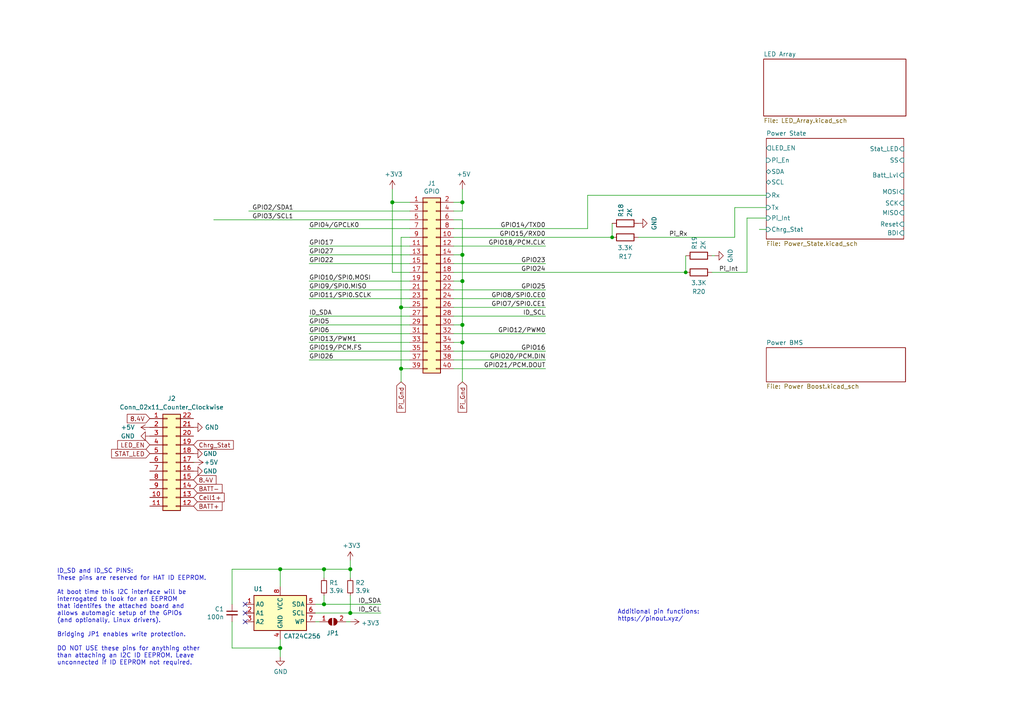
<source format=kicad_sch>
(kicad_sch (version 20230121) (generator eeschema)
  (paper "A4")
  (title_block (date "15 nov 2012"))
  (lib_symbols
    (symbol "+5V_1" (power) (pin_names (offset 0))
      (property "Value" "+5V_1" (at 0 3.556 0))
      (symbol "+5V_1_0_1"
        (polyline (pts (xy -0.762 1.27) (xy 0 2.54)))
        (polyline (pts (xy 0 0) (xy 0 2.54)))
        (polyline (pts (xy 0 2.54) (xy 0.762 1.27)))
      )
      (symbol "+5V_1_1_1"
        (pin power_in line (at 0 0 90) (length 0) hide (name "+5V") (number "1"))
      )
    )
    (symbol "Connector_Generic:Conn_02x11_Counter_Clockwise" (pin_names (offset 1.016) hide)
      (property "Reference" "J" (at 1.27 15.24 0))
      (property "Value" "Conn_02x11_Counter_Clockwise" (at 1.27 -15.24 0))
      (symbol "Conn_02x11_Counter_Clockwise_1_1"
        (rectangle (start -1.27 -12.573) (end 0 -12.827) (stroke (width 0.1524)))
        (rectangle (start -1.27 -10.033) (end 0 -10.287) (stroke (width 0.1524)))
        (rectangle (start -1.27 -7.493) (end 0 -7.747) (stroke (width 0.1524)))
        (rectangle (start -1.27 -4.953) (end 0 -5.207) (stroke (width 0.1524)))
        (rectangle (start -1.27 -2.413) (end 0 -2.667) (stroke (width 0.1524)))
        (rectangle (start -1.27 0.127) (end 0 -0.127) (stroke (width 0.1524)))
        (rectangle (start -1.27 2.667) (end 0 2.413) (stroke (width 0.1524)))
        (rectangle (start -1.27 5.207) (end 0 4.953) (stroke (width 0.1524)))
        (rectangle (start -1.27 7.747) (end 0 7.493) (stroke (width 0.1524)))
        (rectangle (start -1.27 10.287) (end 0 10.033) (stroke (width 0.1524)))
        (rectangle (start -1.27 12.827) (end 0 12.573) (stroke (width 0.1524)))
        (rectangle (start -1.27 13.97) (end 3.81 -13.97) (stroke (width 0.254)) (fill (type background)))
        (rectangle (start 3.81 -12.573) (end 2.54 -12.827) (stroke (width 0.1524)))
        (rectangle (start 3.81 -10.033) (end 2.54 -10.287) (stroke (width 0.1524)))
        (rectangle (start 3.81 -7.493) (end 2.54 -7.747) (stroke (width 0.1524)))
        (rectangle (start 3.81 -4.953) (end 2.54 -5.207) (stroke (width 0.1524)))
        (rectangle (start 3.81 -2.413) (end 2.54 -2.667) (stroke (width 0.1524)))
        (rectangle (start 3.81 0.127) (end 2.54 -0.127) (stroke (width 0.1524)))
        (rectangle (start 3.81 2.667) (end 2.54 2.413) (stroke (width 0.1524)))
        (rectangle (start 3.81 5.207) (end 2.54 4.953) (stroke (width 0.1524)))
        (rectangle (start 3.81 7.747) (end 2.54 7.493) (stroke (width 0.1524)))
        (rectangle (start 3.81 10.287) (end 2.54 10.033) (stroke (width 0.1524)))
        (rectangle (start 3.81 12.827) (end 2.54 12.573) (stroke (width 0.1524)))
        (pin passive line (at -5.08 12.7 0) (length 3.81) (name "Pin_1") (number "1"))
        (pin passive line (at -5.08 -10.16 0) (length 3.81) (name "Pin_10") (number "10"))
        (pin passive line (at -5.08 -12.7 0) (length 3.81) (name "Pin_11") (number "11"))
        (pin passive line (at 7.62 -12.7 180) (length 3.81) (name "Pin_12") (number "12"))
        (pin passive line (at 7.62 -10.16 180) (length 3.81) (name "Pin_13") (number "13"))
        (pin passive line (at 7.62 -7.62 180) (length 3.81) (name "Pin_14") (number "14"))
        (pin passive line (at 7.62 -5.08 180) (length 3.81) (name "Pin_15") (number "15"))
        (pin passive line (at 7.62 -2.54 180) (length 3.81) (name "Pin_16") (number "16"))
        (pin passive line (at 7.62 0 180) (length 3.81) (name "Pin_17") (number "17"))
        (pin passive line (at 7.62 2.54 180) (length 3.81) (name "Pin_18") (number "18"))
        (pin passive line (at 7.62 5.08 180) (length 3.81) (name "Pin_19") (number "19"))
        (pin passive line (at -5.08 10.16 0) (length 3.81) (name "Pin_2") (number "2"))
        (pin passive line (at 7.62 7.62 180) (length 3.81) (name "Pin_20") (number "20"))
        (pin passive line (at 7.62 10.16 180) (length 3.81) (name "Pin_21") (number "21"))
        (pin passive line (at 7.62 12.7 180) (length 3.81) (name "Pin_22") (number "22"))
        (pin passive line (at -5.08 7.62 0) (length 3.81) (name "Pin_3") (number "3"))
        (pin passive line (at -5.08 5.08 0) (length 3.81) (name "Pin_4") (number "4"))
        (pin passive line (at -5.08 2.54 0) (length 3.81) (name "Pin_5") (number "5"))
        (pin passive line (at -5.08 0 0) (length 3.81) (name "Pin_6") (number "6"))
        (pin passive line (at -5.08 -2.54 0) (length 3.81) (name "Pin_7") (number "7"))
        (pin passive line (at -5.08 -5.08 0) (length 3.81) (name "Pin_8") (number "8"))
        (pin passive line (at -5.08 -7.62 0) (length 3.81) (name "Pin_9") (number "9"))
      )
    )
    (symbol "Connector_Generic:Conn_02x20_Odd_Even" (pin_names (offset 1.016) hide)
      (property "Reference" "J" (at 1.27 25.4 0))
      (property "Value" "Conn_02x20_Odd_Even" (at 1.27 -27.94 0))
      (symbol "Conn_02x20_Odd_Even_1_1"
        (rectangle (start -1.27 -25.273) (end 0 -25.527) (stroke (width 0.1524)))
        (rectangle (start -1.27 -22.733) (end 0 -22.987) (stroke (width 0.1524)))
        (rectangle (start -1.27 -20.193) (end 0 -20.447) (stroke (width 0.1524)))
        (rectangle (start -1.27 -17.653) (end 0 -17.907) (stroke (width 0.1524)))
        (rectangle (start -1.27 -15.113) (end 0 -15.367) (stroke (width 0.1524)))
        (rectangle (start -1.27 -12.573) (end 0 -12.827) (stroke (width 0.1524)))
        (rectangle (start -1.27 -10.033) (end 0 -10.287) (stroke (width 0.1524)))
        (rectangle (start -1.27 -7.493) (end 0 -7.747) (stroke (width 0.1524)))
        (rectangle (start -1.27 -4.953) (end 0 -5.207) (stroke (width 0.1524)))
        (rectangle (start -1.27 -2.413) (end 0 -2.667) (stroke (width 0.1524)))
        (rectangle (start -1.27 0.127) (end 0 -0.127) (stroke (width 0.1524)))
        (rectangle (start -1.27 2.667) (end 0 2.413) (stroke (width 0.1524)))
        (rectangle (start -1.27 5.207) (end 0 4.953) (stroke (width 0.1524)))
        (rectangle (start -1.27 7.747) (end 0 7.493) (stroke (width 0.1524)))
        (rectangle (start -1.27 10.287) (end 0 10.033) (stroke (width 0.1524)))
        (rectangle (start -1.27 12.827) (end 0 12.573) (stroke (width 0.1524)))
        (rectangle (start -1.27 15.367) (end 0 15.113) (stroke (width 0.1524)))
        (rectangle (start -1.27 17.907) (end 0 17.653) (stroke (width 0.1524)))
        (rectangle (start -1.27 20.447) (end 0 20.193) (stroke (width 0.1524)))
        (rectangle (start -1.27 22.987) (end 0 22.733) (stroke (width 0.1524)))
        (rectangle (start -1.27 24.13) (end 3.81 -26.67) (stroke (width 0.254)) (fill (type background)))
        (rectangle (start 3.81 -25.273) (end 2.54 -25.527) (stroke (width 0.1524)))
        (rectangle (start 3.81 -22.733) (end 2.54 -22.987) (stroke (width 0.1524)))
        (rectangle (start 3.81 -20.193) (end 2.54 -20.447) (stroke (width 0.1524)))
        (rectangle (start 3.81 -17.653) (end 2.54 -17.907) (stroke (width 0.1524)))
        (rectangle (start 3.81 -15.113) (end 2.54 -15.367) (stroke (width 0.1524)))
        (rectangle (start 3.81 -12.573) (end 2.54 -12.827) (stroke (width 0.1524)))
        (rectangle (start 3.81 -10.033) (end 2.54 -10.287) (stroke (width 0.1524)))
        (rectangle (start 3.81 -7.493) (end 2.54 -7.747) (stroke (width 0.1524)))
        (rectangle (start 3.81 -4.953) (end 2.54 -5.207) (stroke (width 0.1524)))
        (rectangle (start 3.81 -2.413) (end 2.54 -2.667) (stroke (width 0.1524)))
        (rectangle (start 3.81 0.127) (end 2.54 -0.127) (stroke (width 0.1524)))
        (rectangle (start 3.81 2.667) (end 2.54 2.413) (stroke (width 0.1524)))
        (rectangle (start 3.81 5.207) (end 2.54 4.953) (stroke (width 0.1524)))
        (rectangle (start 3.81 7.747) (end 2.54 7.493) (stroke (width 0.1524)))
        (rectangle (start 3.81 10.287) (end 2.54 10.033) (stroke (width 0.1524)))
        (rectangle (start 3.81 12.827) (end 2.54 12.573) (stroke (width 0.1524)))
        (rectangle (start 3.81 15.367) (end 2.54 15.113) (stroke (width 0.1524)))
        (rectangle (start 3.81 17.907) (end 2.54 17.653) (stroke (width 0.1524)))
        (rectangle (start 3.81 20.447) (end 2.54 20.193) (stroke (width 0.1524)))
        (rectangle (start 3.81 22.987) (end 2.54 22.733) (stroke (width 0.1524)))
        (pin passive line (at -5.08 22.86 0) (length 3.81) (name "Pin_1") (number "1"))
        (pin passive line (at 7.62 12.7 180) (length 3.81) (name "Pin_10") (number "10"))
        (pin passive line (at -5.08 10.16 0) (length 3.81) (name "Pin_11") (number "11"))
        (pin passive line (at 7.62 10.16 180) (length 3.81) (name "Pin_12") (number "12"))
        (pin passive line (at -5.08 7.62 0) (length 3.81) (name "Pin_13") (number "13"))
        (pin passive line (at 7.62 7.62 180) (length 3.81) (name "Pin_14") (number "14"))
        (pin passive line (at -5.08 5.08 0) (length 3.81) (name "Pin_15") (number "15"))
        (pin passive line (at 7.62 5.08 180) (length 3.81) (name "Pin_16") (number "16"))
        (pin passive line (at -5.08 2.54 0) (length 3.81) (name "Pin_17") (number "17"))
        (pin passive line (at 7.62 2.54 180) (length 3.81) (name "Pin_18") (number "18"))
        (pin passive line (at -5.08 0 0) (length 3.81) (name "Pin_19") (number "19"))
        (pin passive line (at 7.62 22.86 180) (length 3.81) (name "Pin_2") (number "2"))
        (pin passive line (at 7.62 0 180) (length 3.81) (name "Pin_20") (number "20"))
        (pin passive line (at -5.08 -2.54 0) (length 3.81) (name "Pin_21") (number "21"))
        (pin passive line (at 7.62 -2.54 180) (length 3.81) (name "Pin_22") (number "22"))
        (pin passive line (at -5.08 -5.08 0) (length 3.81) (name "Pin_23") (number "23"))
        (pin passive line (at 7.62 -5.08 180) (length 3.81) (name "Pin_24") (number "24"))
        (pin passive line (at -5.08 -7.62 0) (length 3.81) (name "Pin_25") (number "25"))
        (pin passive line (at 7.62 -7.62 180) (length 3.81) (name "Pin_26") (number "26"))
        (pin passive line (at -5.08 -10.16 0) (length 3.81) (name "Pin_27") (number "27"))
        (pin passive line (at 7.62 -10.16 180) (length 3.81) (name "Pin_28") (number "28"))
        (pin passive line (at -5.08 -12.7 0) (length 3.81) (name "Pin_29") (number "29"))
        (pin passive line (at -5.08 20.32 0) (length 3.81) (name "Pin_3") (number "3"))
        (pin passive line (at 7.62 -12.7 180) (length 3.81) (name "Pin_30") (number "30"))
        (pin passive line (at -5.08 -15.24 0) (length 3.81) (name "Pin_31") (number "31"))
        (pin passive line (at 7.62 -15.24 180) (length 3.81) (name "Pin_32") (number "32"))
        (pin passive line (at -5.08 -17.78 0) (length 3.81) (name "Pin_33") (number "33"))
        (pin passive line (at 7.62 -17.78 180) (length 3.81) (name "Pin_34") (number "34"))
        (pin passive line (at -5.08 -20.32 0) (length 3.81) (name "Pin_35") (number "35"))
        (pin passive line (at 7.62 -20.32 180) (length 3.81) (name "Pin_36") (number "36"))
        (pin passive line (at -5.08 -22.86 0) (length 3.81) (name "Pin_37") (number "37"))
        (pin passive line (at 7.62 -22.86 180) (length 3.81) (name "Pin_38") (number "38"))
        (pin passive line (at -5.08 -25.4 0) (length 3.81) (name "Pin_39") (number "39"))
        (pin passive line (at 7.62 20.32 180) (length 3.81) (name "Pin_4") (number "4"))
        (pin passive line (at 7.62 -25.4 180) (length 3.81) (name "Pin_40") (number "40"))
        (pin passive line (at -5.08 17.78 0) (length 3.81) (name "Pin_5") (number "5"))
        (pin passive line (at 7.62 17.78 180) (length 3.81) (name "Pin_6") (number "6"))
        (pin passive line (at -5.08 15.24 0) (length 3.81) (name "Pin_7") (number "7"))
        (pin passive line (at 7.62 15.24 180) (length 3.81) (name "Pin_8") (number "8"))
        (pin passive line (at -5.08 12.7 0) (length 3.81) (name "Pin_9") (number "9"))
      )
    )
    (symbol "Device:C_Small" (pin_numbers hide) (pin_names (offset 0.254) hide)
      (property "Reference" "C" (at 0.254 1.778 0))
      (property "Value" "C_Small" (at 0.254 -2.032 0))
      (symbol "C_Small_0_1"
        (polyline (pts (xy -1.524 -0.508) (xy 1.524 -0.508)) (stroke (width 0.3302)))
        (polyline (pts (xy -1.524 0.508) (xy 1.524 0.508)) (stroke (width 0.3048)))
      )
      (symbol "C_Small_1_1"
        (pin passive line (at 0 2.54 270) (length 2.032) (name "~") (number "1"))
        (pin passive line (at 0 -2.54 90) (length 2.032) (name "~") (number "2"))
      )
    )
    (symbol "Device:R" (pin_numbers hide) (pin_names (offset 0))
      (property "Reference" "R" (at 2.032 0 90))
      (property "Value" "R" (at 0 0 90))
      (symbol "R_0_1"
        (rectangle (start -1.016 -2.54) (end 1.016 2.54) (stroke (width 0.254)))
      )
      (symbol "R_1_1"
        (pin passive line (at 0 3.81 270) (length 1.27) (name "~") (number "1"))
        (pin passive line (at 0 -3.81 90) (length 1.27) (name "~") (number "2"))
      )
    )
    (symbol "Device:R_Small" (pin_numbers hide) (pin_names (offset 0.254) hide)
      (property "Reference" "R" (at 0.762 0.508 0))
      (property "Value" "R_Small" (at 0.762 -1.016 0))
      (symbol "R_Small_0_1"
        (rectangle (start -0.762 1.778) (end 0.762 -1.778) (stroke (width 0.2032)))
      )
      (symbol "R_Small_1_1"
        (pin passive line (at 0 2.54 270) (length 0.762) (name "~") (number "1"))
        (pin passive line (at 0 -2.54 90) (length 0.762) (name "~") (number "2"))
      )
    )
    (symbol "GND_1" (power) (pin_names (offset 0))
      (property "Value" "GND_1" (at 0 -3.81 0))
      (symbol "GND_1_0_1"
        (polyline (pts (xy 0 0) (xy 0 -1.27) (xy 1.27 -1.27) (xy 0 -2.54) (xy -1.27 -1.27) (xy 0 -1.27)))
      )
      (symbol "GND_1_1_1"
        (pin power_in line (at 0 0 270) (length 0) hide (name "GND") (number "1"))
      )
    )
    (symbol "Jumper:SolderJumper_2_Open" (pin_names (offset 0) hide)
      (property "Reference" "JP" (at 0 2.032 0))
      (property "Value" "SolderJumper_2_Open" (at 0 -2.54 0))
      (symbol "SolderJumper_2_Open_0_1"
        (arc (start -0.254 1.016) (mid -1.2656 0) (end -0.254 -1.016))
        (arc (start -0.254 1.016) (mid -1.2656 0) (end -0.254 -1.016) (fill (type outline)))
        (polyline (pts (xy -0.254 1.016) (xy -0.254 -1.016)))
        (polyline (pts (xy 0.254 1.016) (xy 0.254 -1.016)))
        (arc (start 0.254 -1.016) (mid 1.2656 0) (end 0.254 1.016))
        (arc (start 0.254 -1.016) (mid 1.2656 0) (end 0.254 1.016) (fill (type outline)))
      )
      (symbol "SolderJumper_2_Open_1_1"
        (pin passive line (at -3.81 0 0) (length 2.54) (name "A") (number "1"))
        (pin passive line (at 3.81 0 180) (length 2.54) (name "B") (number "2"))
      )
    )
    (symbol "Memory_EEPROM:CAT24C256"
      (property "Reference" "U" (at -6.35 6.35 0))
      (property "Value" "CAT24C256" (at 1.27 6.35 0))
      (symbol "CAT24C256_1_1"
        (rectangle (start -7.62 5.08) (end 7.62 -5.08) (stroke (width 0.254)) (fill (type background)))
        (pin input line (at -10.16 2.54 0) (length 2.54) (name "A0") (number "1"))
        (pin input line (at -10.16 0 0) (length 2.54) (name "A1") (number "2"))
        (pin input line (at -10.16 -2.54 0) (length 2.54) (name "A2") (number "3"))
        (pin power_in line (at 0 -7.62 90) (length 2.54) (name "GND") (number "4"))
        (pin bidirectional line (at 10.16 2.54 180) (length 2.54) (name "SDA") (number "5"))
        (pin input line (at 10.16 0 180) (length 2.54) (name "SCL") (number "6"))
        (pin input line (at 10.16 -2.54 180) (length 2.54) (name "WP") (number "7"))
        (pin power_in line (at 0 7.62 270) (length 2.54) (name "VCC") (number "8"))
      )
    )
    (symbol "power:+3.3V" (power) (pin_names (offset 0))
      (property "Value" "+3.3V" (at 0 3.556 0))
      (symbol "+3.3V_0_1"
        (polyline (pts (xy -0.762 1.27) (xy 0 2.54)))
        (polyline (pts (xy 0 0) (xy 0 2.54)))
        (polyline (pts (xy 0 2.54) (xy 0.762 1.27)))
      )
      (symbol "+3.3V_1_1"
        (pin power_in line (at 0 0 90) (length 0) hide (name "+3V3") (number "1"))
      )
    )
    (symbol "power:+5V" (power) (pin_names (offset 0))
      (property "Value" "+5V" (at 0 3.556 0))
      (symbol "+5V_0_1"
        (polyline (pts (xy -0.762 1.27) (xy 0 2.54)))
        (polyline (pts (xy 0 0) (xy 0 2.54)))
        (polyline (pts (xy 0 2.54) (xy 0.762 1.27)))
      )
      (symbol "+5V_1_1"
        (pin power_in line (at 0 0 90) (length 0) hide (name "+5V") (number "1"))
      )
    )
    (symbol "power:GND" (power) (pin_names (offset 0))
      (property "Value" "GND" (at 0 -3.81 0))
      (symbol "GND_0_1"
        (polyline (pts (xy 0 0) (xy 0 -1.27) (xy 1.27 -1.27) (xy 0 -2.54) (xy -1.27 -1.27) (xy 0 -1.27)))
      )
      (symbol "GND_1_1"
        (pin power_in line (at 0 0 270) (length 0) hide (name "GND") (number "1"))
      )
    )
  )
  (junction (at 134.112 94.234) (diameter 1.016))
  (junction (at 101.6 165.1) (diameter 1.016))
  (junction (at 113.792 58.674) (diameter 1.016))
  (junction (at 134.112 99.314) (diameter 1.016))
  (junction (at 93.98 175.26) (diameter 1.016))
  (junction (at 198.882 78.994))
  (junction (at 116.332 89.154) (diameter 1.016))
  (junction (at 134.112 81.534) (diameter 1.016))
  (junction (at 134.112 73.914) (diameter 1.016))
  (junction (at 93.98 165.1) (diameter 1.016))
  (junction (at 81.28 187.96) (diameter 1.016))
  (junction (at 81.28 165.1) (diameter 1.016))
  (junction (at 177.546 68.834))
  (junction (at 116.332 106.934) (diameter 1.016))
  (junction (at 134.112 58.674) (diameter 1.016))
  (junction (at 101.6 177.8) (diameter 1.016))
  (no_connect (at 71.12 175.26))
  (no_connect (at 71.12 177.8))
  (no_connect (at 71.12 180.34))
  (wire (pts (xy 116.332 89.154) (xy 116.332 106.934)))
  (wire (pts (xy 131.572 89.154) (xy 158.242 89.154)))
  (wire (pts (xy 206.502 78.994) (xy 216.662 78.994)))
  (wire (pts (xy 118.872 71.374) (xy 89.662 71.374)))
  (wire (pts (xy 81.28 165.1) (xy 93.98 165.1)))
  (wire (pts (xy 101.6 165.1) (xy 93.98 165.1)))
  (wire (pts (xy 101.6 167.64) (xy 101.6 165.1)))
  (wire (pts (xy 213.106 68.834) (xy 213.106 60.198)))
  (wire (pts (xy 134.112 63.754) (xy 134.112 73.914)))
  (wire (pts (xy 134.112 81.534) (xy 131.572 81.534)))
  (wire (pts (xy 177.546 64.77) (xy 177.546 68.834)))
  (wire (pts (xy 134.112 94.234) (xy 134.112 99.314)))
  (wire (pts (xy 206.502 74.168) (xy 207.264 74.168)))
  (wire (pts (xy 134.112 81.534) (xy 134.112 94.234)))
  (wire (pts (xy 131.572 66.294) (xy 170.434 66.294)))
  (wire (pts (xy 116.332 68.834) (xy 116.332 89.154)))
  (wire (pts (xy 91.44 175.26) (xy 93.98 175.26)))
  (wire (pts (xy 93.98 175.26) (xy 110.49 175.26)))
  (wire (pts (xy 116.332 68.834) (xy 118.872 68.834)))
  (wire (pts (xy 91.44 180.34) (xy 92.71 180.34)))
  (wire (pts (xy 100.33 180.34) (xy 101.6 180.34)))
  (wire (pts (xy 131.572 86.614) (xy 158.242 86.614)))
  (wire (pts (xy 118.872 91.694) (xy 89.662 91.694)))
  (wire (pts (xy 89.662 94.234) (xy 118.872 94.234)))
  (wire (pts (xy 116.332 89.154) (xy 118.872 89.154)))
  (wire (pts (xy 101.6 162.56) (xy 101.6 165.1)))
  (wire (pts (xy 131.572 76.454) (xy 158.242 76.454)))
  (wire (pts (xy 81.28 165.1) (xy 81.28 170.18)))
  (wire (pts (xy 131.572 106.934) (xy 158.242 106.934)))
  (wire (pts (xy 116.332 106.934) (xy 116.332 110.744)))
  (wire (pts (xy 89.662 73.914) (xy 118.872 73.914)))
  (wire (pts (xy 101.6 172.72) (xy 101.6 177.8)))
  (wire (pts (xy 113.792 54.864) (xy 113.792 58.674)))
  (wire (pts (xy 216.662 63.246) (xy 222.25 63.246)))
  (wire (pts (xy 134.112 99.314) (xy 131.572 99.314)))
  (wire (pts (xy 89.662 86.614) (xy 118.872 86.614)))
  (wire (pts (xy 113.792 78.994) (xy 118.872 78.994)))
  (wire (pts (xy 134.112 58.674) (xy 134.112 61.214)))
  (wire (pts (xy 134.112 73.914) (xy 134.112 81.534)))
  (wire (pts (xy 131.572 71.374) (xy 158.242 71.374)))
  (wire (pts (xy 134.112 73.914) (xy 131.572 73.914)))
  (wire (pts (xy 134.112 54.864) (xy 134.112 58.674)))
  (wire (pts (xy 89.662 66.294) (xy 118.872 66.294)))
  (wire (pts (xy 93.98 165.1) (xy 93.98 167.64)))
  (wire (pts (xy 134.112 58.674) (xy 131.572 58.674)))
  (wire (pts (xy 113.792 58.674) (xy 113.792 78.994)))
  (wire (pts (xy 131.572 78.994) (xy 198.882 78.994)))
  (wire (pts (xy 93.98 172.72) (xy 93.98 175.26)))
  (wire (pts (xy 216.662 78.994) (xy 216.662 63.246)))
  (wire (pts (xy 91.44 177.8) (xy 101.6 177.8)))
  (wire (pts (xy 101.6 177.8) (xy 110.49 177.8)))
  (wire (pts (xy 89.662 76.454) (xy 118.872 76.454)))
  (wire (pts (xy 89.662 84.074) (xy 118.872 84.074)))
  (wire (pts (xy 89.662 96.774) (xy 118.872 96.774)))
  (wire (pts (xy 56.134 134.112) (xy 56.388 134.112)))
  (wire (pts (xy 134.112 61.214) (xy 131.572 61.214)))
  (wire (pts (xy 89.662 101.854) (xy 118.872 101.854)))
  (wire (pts (xy 131.572 101.854) (xy 158.242 101.854)))
  (wire (pts (xy 131.572 96.774) (xy 158.242 96.774)))
  (wire (pts (xy 116.332 106.934) (xy 118.872 106.934)))
  (wire (pts (xy 131.572 104.394) (xy 158.242 104.394)))
  (wire (pts (xy 220.218 66.548) (xy 222.25 66.548)))
  (wire (pts (xy 213.106 60.198) (xy 222.25 60.198)))
  (wire (pts (xy 134.112 63.754) (xy 131.572 63.754)))
  (wire (pts (xy 170.434 56.642) (xy 222.25 56.642)))
  (wire (pts (xy 89.662 104.394) (xy 118.872 104.394)))
  (wire (pts (xy 118.872 61.214) (xy 72.136 61.214)))
  (wire (pts (xy 67.31 165.1) (xy 67.31 175.26)))
  (wire (pts (xy 67.31 180.34) (xy 67.31 187.96)))
  (wire (pts (xy 67.31 187.96) (xy 81.28 187.96)))
  (wire (pts (xy 81.28 165.1) (xy 67.31 165.1)))
  (wire (pts (xy 61.976 63.754) (xy 118.872 63.754)))
  (wire (pts (xy 81.28 185.42) (xy 81.28 187.96)))
  (wire (pts (xy 81.28 187.96) (xy 81.28 190.5)))
  (wire (pts (xy 131.572 68.834) (xy 177.546 68.834)))
  (wire (pts (xy 134.112 99.314) (xy 134.112 110.744)))
  (wire (pts (xy 131.572 84.074) (xy 158.242 84.074)))
  (wire (pts (xy 118.872 99.314) (xy 89.662 99.314)))
  (wire (pts (xy 185.166 68.834) (xy 213.106 68.834)))
  (wire (pts (xy 170.434 66.294) (xy 170.434 56.642)))
  (wire (pts (xy 198.882 74.168) (xy 198.882 78.994)))
  (wire (pts (xy 134.112 94.234) (xy 131.572 94.234)))
  (wire (pts (xy 113.792 58.674) (xy 118.872 58.674)))
  (wire (pts (xy 118.872 81.534) (xy 89.662 81.534)))
  (wire (pts (xy 131.572 91.694) (xy 158.242 91.694)))
  (text "ID_SD and ID_SC PINS:\nThese pins are reserved for HAT ID EEPROM.\n\nAt boot time this I2C interface will be\ninterrogated to look for an EEPROM\nthat identifes the attached board and\nallows automagic setup of the GPIOs\n(and optionally, Linux drivers).\n\nBridging JP1 enables write protection.\n\nDO NOT USE these pins for anything other\nthan attaching an I2C ID EEPROM. Leave\nunconnected if ID EEPROM not required." (at 16.51 193.04 0) (effects (font (size 1.27 1.27)) (justify left bottom)))
  (text "Additional pin functions:\nhttps://pinout.xyz/" (at 179.07 180.34 0) (effects (font (size 1.27 1.27)) (justify left bottom)))
  (label "ID_SDA" (at 89.662 91.694 0))
  (label "GPIO6" (at 89.662 96.774 0))
  (label "ID_SDA" (at 110.49 175.26 180))
  (label "ID_SCL" (at 158.242 91.694 180))
  (label "GPIO5" (at 89.662 94.234 0))
  (label "GPIO21{slash}PCM.DOUT" (at 158.242 106.934 180))
  (label "GPIO19{slash}PCM.FS" (at 89.662 101.854 0))
  (label "GPIO10{slash}SPI0.MOSI" (at 89.662 81.534 0))
  (label "Pi_Rx" (at 194.056 68.834 0))
  (label "GPIO9{slash}SPI0.MISO" (at 89.662 84.074 0))
  (label "GPIO23" (at 158.242 76.454 180))
  (label "GPIO4{slash}GPCLK0" (at 89.662 66.294 0))
  (label "GPIO27" (at 89.662 73.914 0))
  (label "GPIO26" (at 89.662 104.394 0))
  (label "GPIO14{slash}TXD0" (at 158.242 66.294 180))
  (label "GPIO8{slash}SPI0.CE0" (at 158.242 86.614 180))
  (label "GPIO15{slash}RXD0" (at 158.242 68.834 180))
  (label "GPIO16" (at 158.242 101.854 180))
  (label "Pi_Int" (at 208.534 78.994 0))
  (label "GPIO22" (at 89.662 76.454 0))
  (label "GPIO2{slash}SDA1" (at 73.152 61.214 0))
  (label "GPIO17" (at 89.662 71.374 0))
  (label "GPIO25" (at 158.242 84.074 180))
  (label "GPIO3{slash}SCL1" (at 73.152 63.754 0))
  (label "GPIO18{slash}PCM.CLK" (at 158.242 71.374 180))
  (label "GPIO12{slash}PWM0" (at 158.242 96.774 180))
  (label "GPIO13{slash}PWM1" (at 89.662 99.314 0))
  (label "GPIO20{slash}PCM.DIN" (at 158.242 104.394 180))
  (label "GPIO24" (at 158.242 78.994 180))
  (label "GPIO7{slash}SPI0.CE1" (at 158.242 89.154 180))
  (label "ID_SCL" (at 110.49 177.8 180))
  (label "GPIO11{slash}SPI0.SCLK" (at 89.662 86.614 0))
  (global_label "Pi_Gnd" (shape input) (at 134.112 110.744 270) (property "Intersheetrefs" "${INTERSHEET_REFS}" (effects hide)))
  (global_label "BATT+" (shape input) (at 56.134 146.812 0) (property "Intersheetrefs" "${INTERSHEET_REFS}" (effects hide)))
  (global_label "8.4V" (shape input) (at 56.134 139.192 0) (property "Intersheetrefs" "${INTERSHEET_REFS}" (effects hide)))
  (global_label "Chrg_Stat" (shape input) (at 56.134 129.032 0) (property "Intersheetrefs" "${INTERSHEET_REFS}" (effects hide)))
  (global_label "BATT-" (shape input) (at 56.134 141.732 0) (property "Intersheetrefs" "${INTERSHEET_REFS}" (effects hide)))
  (global_label "LED_EN" (shape input) (at 43.434 129.032 180) (property "Intersheetrefs" "${INTERSHEET_REFS}" (effects hide)))
  (global_label "STAT_LED" (shape input) (at 43.434 131.572 180) (property "Intersheetrefs" "${INTERSHEET_REFS}" (effects hide)))
  (global_label "8.4V" (shape input) (at 43.434 121.412 180) (property "Intersheetrefs" "${INTERSHEET_REFS}" (effects hide)))
  (global_label "Cell1+" (shape input) (at 56.134 144.272 0) (property "Intersheetrefs" "${INTERSHEET_REFS}" (effects hide)))
  (global_label "Pi_Gnd" (shape input) (at 116.332 110.744 270) (property "Intersheetrefs" "${INTERSHEET_REFS}" (effects hide)))
  (symbol (lib_id "power:+5V") (at 134.112 54.864 0) (unit 1)
    (property "Reference" "#PWR01" (effects hide))
    (property "Value" "+5V" (at 134.4803 50.5396 0))
  )
  (symbol (lib_id "power:+3.3V") (at 113.792 54.864 0) (unit 1)
    (property "Reference" "#PWR04" (effects hide))
    (property "Value" "+3.3V" (at 114.1603 50.5396 0))
  )
  (symbol (lib_id "Connector_Generic:Conn_02x20_Odd_Even") (at 123.952 81.534 0) (unit 1)
    (property "Reference" "J1" (at 125.222 53.1938 0))
    (property "Value" "GPIO" (at 125.222 55.499 0))
    (property "Footprint" "Connector_PinSocket_2.54mm:PinSocket_2x20_P2.54mm_Vertical" (effects hide))
  )
  (symbol (lib_name "+5V_1") (lib_id "power:+5V") (at 43.434 123.952 90) (unit 1)
    (property "Reference" "#PWR07" (effects hide))
    (property "Value" "+5V" (at 39.116 123.952 90) (effects (justify left)))
  )
  (symbol (lib_id "power:GND") (at 43.434 126.492 270) (unit 1)
    (property "Reference" "#PWR05" (effects hide))
    (property "Value" "GND" (at 39.116 126.492 90) (effects (justify right)))
  )
  (symbol (lib_id "power:GND") (at 56.134 136.652 90) (unit 1)
    (property "Reference" "#PWR060" (effects hide))
    (property "Value" "GND" (at 60.96 136.652 90))
  )
  (symbol (lib_id "Device:R") (at 181.356 68.834 270) (unit 1)
    (property "Reference" "R17" (at 181.356 74.422 90))
    (property "Value" "3.3K" (at 181.356 71.882 90))
    (property "Footprint" "Resistor_SMD:R_0603_1608Metric_Pad0.98x0.95mm_HandSolder" (effects hide))
  )
  (symbol (lib_id "Device:C_Small") (at 67.31 177.8 0) (unit 1)
    (property "Reference" "C1" (at 64.9858 176.6506 0) (effects (justify right)))
    (property "Value" "100n" (at 64.9858 178.9493 0) (effects (justify right)))
    (property "Footprint" "Capacitor_SMD:C_0603_1608Metric_Pad1.08x0.95mm_HandSolder" (effects hide))
  )
  (symbol (lib_id "Device:R_Small") (at 93.98 170.18 0) (unit 1)
    (property "Reference" "R1" (at 95.4786 169.037 0) (effects (justify left)))
    (property "Value" "3.9k" (at 95.4787 171.3293 0) (effects (justify left)))
    (property "Footprint" "Resistor_SMD:R_0603_1608Metric_Pad0.98x0.95mm_HandSolder" (effects hide))
  )
  (symbol (lib_id "power:GND") (at 56.134 123.952 90) (unit 1)
    (property "Reference" "#PWR066" (effects hide))
    (property "Value" "GND" (at 61.468 123.952 90))
  )
  (symbol (lib_id "Jumper:SolderJumper_2_Open") (at 96.52 180.34 0) (unit 1)
    (property "Reference" "JP1" (at 96.52 183.623 0))
    (property "Value" "ID_WP" (effects hide))
    (property "Footprint" "Jumper:SolderJumper-2_P1.3mm_Open_Pad1.0x1.5mm" (effects hide))
  )
  (symbol (lib_id "Device:R") (at 202.692 78.994 270) (unit 1)
    (property "Reference" "R20" (at 202.692 84.582 90))
    (property "Value" "3.3K" (at 202.692 82.042 90))
    (property "Footprint" "Resistor_SMD:R_0603_1608Metric_Pad0.98x0.95mm_HandSolder" (effects hide))
  )
  (symbol (lib_id "Device:R_Small") (at 101.6 170.18 0) (unit 1)
    (property "Reference" "R2" (at 103.0986 169.037 0) (effects (justify left)))
    (property "Value" "3.9k" (at 103.0987 171.3293 0) (effects (justify left)))
    (property "Footprint" "Resistor_SMD:R_0603_1608Metric_Pad0.98x0.95mm_HandSolder" (effects hide))
  )
  (symbol (lib_id "power:+3.3V") (at 101.6 162.56 0) (unit 1)
    (property "Reference" "#PWR0101" (effects hide))
    (property "Value" "+3.3V" (at 101.9683 158.2356 0))
  )
  (symbol (lib_id "Device:R") (at 181.356 64.77 90) (unit 1)
    (property "Reference" "R18" (at 180.086 62.992 0) (effects (justify left)))
    (property "Value" "2K" (at 182.626 62.992 0) (effects (justify left)))
    (property "Footprint" "Resistor_SMD:R_0603_1608Metric_Pad0.98x0.95mm_HandSolder" (effects hide))
  )
  (symbol (lib_id "Memory_EEPROM:CAT24C256") (at 81.28 177.8 0) (unit 1)
    (property "Reference" "U1" (at 74.93 170.7958 0))
    (property "Value" "CAT24C256" (at 87.63 184.5245 0))
    (property "Footprint" "CAT24C256WI-G:SOIC127P600X175-8N" (effects hide))
    (property "Datasheet" "https://www.onsemi.cn/PowerSolutions/document/CAT24C256-D.PDF" (effects hide))
  )
  (symbol (lib_id "power:GND") (at 56.134 131.572 90) (unit 1)
    (property "Reference" "#PWR064" (effects hide))
    (property "Value" "GND" (at 60.96 131.572 90))
  )
  (symbol (lib_id "power:+5V") (at 56.388 134.112 270) (unit 1)
    (property "Reference" "#PWR061" (effects hide))
    (property "Value" "+5V" (at 61.214 134.112 90))
  )
  (symbol (lib_id "Connector_Generic:Conn_02x11_Counter_Clockwise") (at 48.514 134.112 0) (unit 1)
    (property "Reference" "J2" (at 49.784 115.57 0))
    (property "Value" "Conn_02x11_Counter_Clockwise" (at 49.784 118.11 0))
    (property "Footprint" "Connector_PinSocket_2.54mm:PinSocket_2x11_P2.54mm_Vertical" (effects hide))
  )
  (symbol (lib_id "Device:R") (at 202.692 74.168 90) (unit 1)
    (property "Reference" "R19" (at 201.422 72.39 0) (effects (justify left)))
    (property "Value" "2K" (at 203.962 72.39 0) (effects (justify left)))
    (property "Footprint" "Resistor_SMD:R_0603_1608Metric_Pad0.98x0.95mm_HandSolder" (effects hide))
  )
  (symbol (lib_id "power:GND") (at 81.28 190.5 0) (unit 1)
    (property "Reference" "#PWR0102" (effects hide))
    (property "Value" "GND" (at 81.3943 194.8244 0))
  )
  (symbol (lib_name "GND_1") (lib_id "power:GND") (at 207.264 74.168 90) (unit 1)
    (property "Reference" "#PWR038" (effects hide))
    (property "Value" "GND" (at 211.836 74.168 0))
  )
  (symbol (lib_id "power:+3.3V") (at 101.6 180.34 270) (unit 1)
    (property "Reference" "#PWR0103" (effects hide))
    (property "Value" "+3.3V" (at 104.7751 180.7083 90) (effects (justify left)))
  )
  (symbol (lib_name "GND_1") (lib_id "power:GND") (at 185.166 64.77 90) (unit 1)
    (property "Reference" "#PWR037" (effects hide))
    (property "Value" "GND" (at 189.738 64.77 0))
  )
  (sheet (at 221.488 17.145) (size 41.275 16.51) (stroke (width 0.1524))
    (property "Sheetname" "LED Array" (at 221.488 16.4334 0) (effects (justify left bottom)))
    (property "Sheetfile" "LED_Array.kicad_sch" (at 221.488 34.2396 0) (effects (justify left top)))
  )
  (sheet (at 222.25 40.132) (size 39.878 29.21) (stroke (width 0.1524))
    (property "Sheetname" "Power State" (at 222.25 39.4204 0) (effects (justify left bottom)))
    (property "Sheetfile" "Power_State.kicad_sch" (at 222.25 69.9266 0) (effects (justify left top)))
    (pin "Batt_Lvl" input (at 262.128 50.8 0))
    (pin "Pi_Int" input (at 222.25 63.246 180))
    (pin "Stat_LED" input (at 262.128 43.18 0))
    (pin "Chrg_Stat" input (at 222.25 66.548 180))
    (pin "SCK" input (at 262.128 58.928 0))
    (pin "MISO" input (at 262.128 61.722 0))
    (pin "MOSI" input (at 262.128 55.626 0))
    (pin "SS" input (at 262.128 46.482 0))
    (pin "SDA" bidirectional (at 222.25 49.784 180))
    (pin "SCL" bidirectional (at 222.25 52.832 180))
    (pin "Tx" input (at 222.25 60.198 180))
    (pin "Rx" input (at 222.25 56.642 180))
    (pin "BDI" input (at 262.128 67.564 0))
    (pin "Reset" input (at 262.128 65.024 0))
    (pin "Pi_En" input (at 222.25 46.482 180))
    (pin "LED_EN" output (at 222.25 42.926 180))
  )
  (sheet (at 222.25 100.838) (size 40.386 9.906) (stroke (width 0.1524))
    (property "Sheetname" "Power BMS" (at 222.25 100.1264 0) (effects (justify left bottom)))
    (property "Sheetfile" "Power Boost.kicad_sch" (at 222.25 111.3286 0) (effects (justify left top)))
  )
)
</source>
